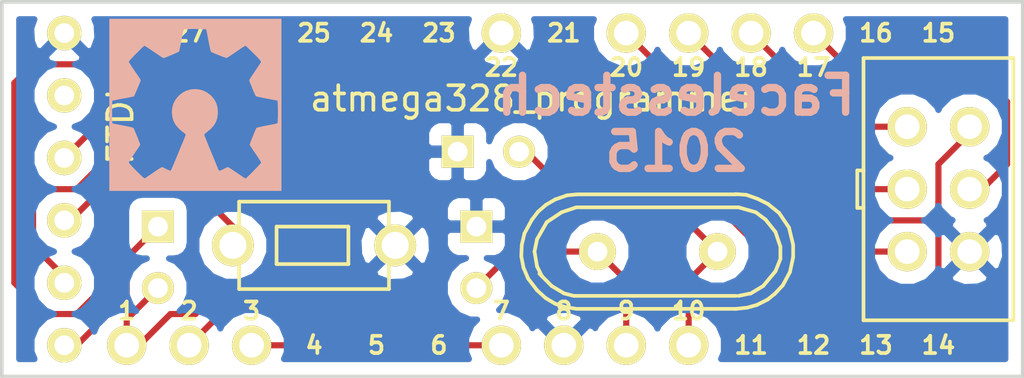
<source format=kicad_pcb>
(kicad_pcb (version 4) (host pcbnew 4.0.0-2.201511301921+6191~38~ubuntu15.10.1-stable)

  (general
    (links 22)
    (no_connects 0)
    (area 126.928814 95.014 171.028 115.402)
    (thickness 1.6)
    (drawings 6)
    (tracks 100)
    (zones 0)
    (modules 9)
    (nets 13)
  )

  (page A4)
  (layers
    (0 F.Cu signal)
    (31 B.Cu signal)
    (32 B.Adhes user)
    (33 F.Adhes user)
    (34 B.Paste user)
    (35 F.Paste user)
    (36 B.SilkS user hide)
    (37 F.SilkS user)
    (38 B.Mask user)
    (39 F.Mask user)
    (40 Dwgs.User user)
    (41 Cmts.User user)
    (42 Eco1.User user)
    (43 Eco2.User user)
    (44 Edge.Cuts user)
    (45 Margin user)
    (46 B.CrtYd user)
    (47 F.CrtYd user)
    (48 B.Fab user)
    (49 F.Fab user)
  )

  (setup
    (last_trace_width 0.25)
    (trace_clearance 0.2)
    (zone_clearance 0.508)
    (zone_45_only no)
    (trace_min 0.2)
    (segment_width 0.2)
    (edge_width 0.15)
    (via_size 0.6)
    (via_drill 0.4)
    (via_min_size 0.4)
    (via_min_drill 0.3)
    (uvia_size 0.3)
    (uvia_drill 0.1)
    (uvias_allowed no)
    (uvia_min_size 0.2)
    (uvia_min_drill 0.1)
    (pcb_text_width 0.3)
    (pcb_text_size 1.5 1.5)
    (mod_edge_width 0.15)
    (mod_text_size 1 1)
    (mod_text_width 0.15)
    (pad_size 1.4 1.4)
    (pad_drill 0.8)
    (pad_to_mask_clearance 0.2)
    (aux_axis_origin 0 0)
    (visible_elements FFFFFF7F)
    (pcbplotparams
      (layerselection 0x010f0_80000001)
      (usegerberextensions true)
      (excludeedgelayer true)
      (linewidth 0.100000)
      (plotframeref false)
      (viasonmask false)
      (mode 1)
      (useauxorigin false)
      (hpglpennumber 1)
      (hpglpenspeed 20)
      (hpglpendiameter 15)
      (hpglpenoverlay 2)
      (psnegative false)
      (psa4output false)
      (plotreference true)
      (plotvalue true)
      (plotinvisibletext false)
      (padsonsilk false)
      (subtractmaskfromsilk false)
      (outputformat 1)
      (mirror false)
      (drillshape 0)
      (scaleselection 1)
      (outputdirectory gerbers/))
  )

  (net 0 "")
  (net 1 GND)
  (net 2 "Net-(C1-Pad2)")
  (net 3 "Net-(C2-Pad2)")
  (net 4 "Net-(C3-Pad1)")
  (net 5 "Net-(C3-Pad2)")
  (net 6 VCC)
  (net 7 "Net-(CON1-Pad4)")
  (net 8 "Net-(CON1-Pad3)")
  (net 9 "Net-(CON1-Pad1)")
  (net 10 "Net-(FTDI1-Pad4)")
  (net 11 "Net-(FTDI1-Pad2)")
  (net 12 "Net-(FTDI1-Pad5)")

  (net_class Default "This is the default net class."
    (clearance 0.2)
    (trace_width 0.25)
    (via_dia 0.6)
    (via_drill 0.4)
    (uvia_dia 0.3)
    (uvia_drill 0.1)
    (add_net GND)
    (add_net "Net-(C1-Pad2)")
    (add_net "Net-(C2-Pad2)")
    (add_net "Net-(C3-Pad1)")
    (add_net "Net-(C3-Pad2)")
    (add_net "Net-(CON1-Pad1)")
    (add_net "Net-(CON1-Pad3)")
    (add_net "Net-(CON1-Pad4)")
    (add_net "Net-(FTDI1-Pad2)")
    (add_net "Net-(FTDI1-Pad4)")
    (add_net "Net-(FTDI1-Pad5)")
    (add_net VCC)
  )

  (module FTDI:FTDI (layer F.Cu) (tedit 56425264) (tstamp 56410D1C)
    (at 130.81 104.902 270)
    (path /5640D780)
    (fp_text reference FTDI1 (at 0 -2.032 270) (layer F.SilkS) hide
      (effects (font (size 1 1) (thickness 0.15)))
    )
    (fp_text value FTDI (at -2.54 -2.286 270) (layer F.SilkS)
      (effects (font (size 1 1) (thickness 0.15)))
    )
    (pad 3 thru_hole circle (at -1.27 0 270) (size 1.4 1.4) (drill 0.8) (layers *.Cu *.Mask F.SilkS)
      (net 6 VCC))
    (pad 4 thru_hole circle (at 1.27 0 270) (size 1.4 1.4) (drill 0.8) (layers *.Cu *.Mask F.SilkS)
      (net 10 "Net-(FTDI1-Pad4)"))
    (pad 2 thru_hole circle (at -3.81 0 270) (size 1.4 1.4) (drill 0.8) (layers *.Cu *.Mask F.SilkS)
      (net 11 "Net-(FTDI1-Pad2)"))
    (pad 1 thru_hole circle (at -6.35 0 270) (size 1.4 1.4) (drill 0.8) (layers *.Cu *.Mask F.SilkS)
      (net 1 GND))
    (pad 5 thru_hole circle (at 3.81 0 270) (size 1.4 1.4) (drill 0.8) (layers *.Cu *.Mask F.SilkS)
      (net 12 "Net-(FTDI1-Pad5)"))
    (pad 6 thru_hole circle (at 6.35 0 270) (size 1.4 1.4) (drill 0.8) (layers *.Cu *.Mask F.SilkS)
      (net 4 "Net-(C3-Pad1)"))
  )

  (module Crystals:Crystal_HC49-U_Vertical (layer F.Cu) (tedit 564B32B1) (tstamp 56410D52)
    (at 154.94 107.442 180)
    (descr "Crystal, Quarz, HC49/U, vertical, stehend,")
    (tags "Crystal, Quarz, HC49/U, vertical, stehend,")
    (path /5640C163)
    (fp_text reference Y1 (at 0 -3.81 180) (layer F.SilkS) hide
      (effects (font (size 1 1) (thickness 0.15)))
    )
    (fp_text value Crystal (at 0 3.81 180) (layer F.Fab) hide
      (effects (font (size 1 1) (thickness 0.15)))
    )
    (fp_line (start 4.699 -1.00076) (end 4.89966 -0.59944) (layer F.SilkS) (width 0.15))
    (fp_line (start 4.89966 -0.59944) (end 5.00126 0) (layer F.SilkS) (width 0.15))
    (fp_line (start 5.00126 0) (end 4.89966 0.50038) (layer F.SilkS) (width 0.15))
    (fp_line (start 4.89966 0.50038) (end 4.50088 1.19888) (layer F.SilkS) (width 0.15))
    (fp_line (start 4.50088 1.19888) (end 3.8989 1.6002) (layer F.SilkS) (width 0.15))
    (fp_line (start 3.8989 1.6002) (end 3.29946 1.80086) (layer F.SilkS) (width 0.15))
    (fp_line (start 3.29946 1.80086) (end -3.29946 1.80086) (layer F.SilkS) (width 0.15))
    (fp_line (start -3.29946 1.80086) (end -4.0005 1.6002) (layer F.SilkS) (width 0.15))
    (fp_line (start -4.0005 1.6002) (end -4.39928 1.30048) (layer F.SilkS) (width 0.15))
    (fp_line (start -4.39928 1.30048) (end -4.8006 0.8001) (layer F.SilkS) (width 0.15))
    (fp_line (start -4.8006 0.8001) (end -5.00126 0.20066) (layer F.SilkS) (width 0.15))
    (fp_line (start -5.00126 0.20066) (end -5.00126 -0.29972) (layer F.SilkS) (width 0.15))
    (fp_line (start -5.00126 -0.29972) (end -4.8006 -0.8001) (layer F.SilkS) (width 0.15))
    (fp_line (start -4.8006 -0.8001) (end -4.30022 -1.39954) (layer F.SilkS) (width 0.15))
    (fp_line (start -4.30022 -1.39954) (end -3.79984 -1.69926) (layer F.SilkS) (width 0.15))
    (fp_line (start -3.79984 -1.69926) (end -3.29946 -1.80086) (layer F.SilkS) (width 0.15))
    (fp_line (start -3.2004 -1.80086) (end 3.40106 -1.80086) (layer F.SilkS) (width 0.15))
    (fp_line (start 3.40106 -1.80086) (end 3.79984 -1.69926) (layer F.SilkS) (width 0.15))
    (fp_line (start 3.79984 -1.69926) (end 4.30022 -1.39954) (layer F.SilkS) (width 0.15))
    (fp_line (start 4.30022 -1.39954) (end 4.8006 -0.89916) (layer F.SilkS) (width 0.15))
    (fp_line (start -3.19024 -2.32918) (end -3.64998 -2.28092) (layer F.SilkS) (width 0.15))
    (fp_line (start -3.64998 -2.28092) (end -4.04876 -2.16916) (layer F.SilkS) (width 0.15))
    (fp_line (start -4.04876 -2.16916) (end -4.48056 -1.95072) (layer F.SilkS) (width 0.15))
    (fp_line (start -4.48056 -1.95072) (end -4.77012 -1.71958) (layer F.SilkS) (width 0.15))
    (fp_line (start -4.77012 -1.71958) (end -5.10032 -1.36906) (layer F.SilkS) (width 0.15))
    (fp_line (start -5.10032 -1.36906) (end -5.38988 -0.83058) (layer F.SilkS) (width 0.15))
    (fp_line (start -5.38988 -0.83058) (end -5.51942 -0.23114) (layer F.SilkS) (width 0.15))
    (fp_line (start -5.51942 -0.23114) (end -5.51942 0.2794) (layer F.SilkS) (width 0.15))
    (fp_line (start -5.51942 0.2794) (end -5.34924 0.98044) (layer F.SilkS) (width 0.15))
    (fp_line (start -5.34924 0.98044) (end -4.95046 1.56972) (layer F.SilkS) (width 0.15))
    (fp_line (start -4.95046 1.56972) (end -4.49072 1.94056) (layer F.SilkS) (width 0.15))
    (fp_line (start -4.49072 1.94056) (end -4.06908 2.14884) (layer F.SilkS) (width 0.15))
    (fp_line (start -4.06908 2.14884) (end -3.6195 2.30886) (layer F.SilkS) (width 0.15))
    (fp_line (start -3.6195 2.30886) (end -3.18008 2.33934) (layer F.SilkS) (width 0.15))
    (fp_line (start 4.16052 2.1209) (end 4.53898 1.89992) (layer F.SilkS) (width 0.15))
    (fp_line (start 4.53898 1.89992) (end 4.85902 1.62052) (layer F.SilkS) (width 0.15))
    (fp_line (start 4.85902 1.62052) (end 5.11048 1.29032) (layer F.SilkS) (width 0.15))
    (fp_line (start 5.11048 1.29032) (end 5.4102 0.73914) (layer F.SilkS) (width 0.15))
    (fp_line (start 5.4102 0.73914) (end 5.51942 0.26924) (layer F.SilkS) (width 0.15))
    (fp_line (start 5.51942 0.26924) (end 5.53974 -0.1905) (layer F.SilkS) (width 0.15))
    (fp_line (start 5.53974 -0.1905) (end 5.45084 -0.65024) (layer F.SilkS) (width 0.15))
    (fp_line (start 5.45084 -0.65024) (end 5.26034 -1.09982) (layer F.SilkS) (width 0.15))
    (fp_line (start 5.26034 -1.09982) (end 4.89966 -1.56972) (layer F.SilkS) (width 0.15))
    (fp_line (start 4.89966 -1.56972) (end 4.54914 -1.88976) (layer F.SilkS) (width 0.15))
    (fp_line (start 4.54914 -1.88976) (end 4.16052 -2.1209) (layer F.SilkS) (width 0.15))
    (fp_line (start 4.16052 -2.1209) (end 3.73126 -2.2606) (layer F.SilkS) (width 0.15))
    (fp_line (start 3.73126 -2.2606) (end 3.2893 -2.32918) (layer F.SilkS) (width 0.15))
    (fp_line (start -3.2004 2.32918) (end 3.2512 2.32918) (layer F.SilkS) (width 0.15))
    (fp_line (start 3.2512 2.32918) (end 3.6703 2.29108) (layer F.SilkS) (width 0.15))
    (fp_line (start 3.6703 2.29108) (end 4.16052 2.1209) (layer F.SilkS) (width 0.15))
    (fp_line (start -3.2004 -2.32918) (end 3.2512 -2.32918) (layer F.SilkS) (width 0.15))
    (pad 1 thru_hole circle (at -2.44094 0 180) (size 1.50114 1.50114) (drill 0.8001) (layers *.Cu *.Mask F.SilkS)
      (net 2 "Net-(C1-Pad2)"))
    (pad 2 thru_hole circle (at 2.44094 0 180) (size 1.50114 1.50114) (drill 0.8001) (layers *.Cu *.Mask F.SilkS)
      (net 3 "Net-(C2-Pad2)"))
  )

  (module super_small_idc:IDC_6pin_small_custom (layer F.Cu) (tedit 564B3326) (tstamp 5642559C)
    (at 166.37 104.902 270)
    (path /5640C18E)
    (fp_text reference CON1 (at 0 -3.683 270) (layer F.SilkS) hide
      (effects (font (size 1 1) (thickness 0.15)))
    )
    (fp_text value AVR-ISP-6 (at 0 4.191 270) (layer F.Fab) hide
      (effects (font (size 1 1) (thickness 0.15)))
    )
    (fp_line (start 5.334 3.048) (end -5.334 3.048) (layer F.SilkS) (width 0.15))
    (fp_line (start -5.334 -3.048) (end 5.334 -3.048) (layer F.SilkS) (width 0.15))
    (fp_line (start 5.334 -3.048) (end 5.334 3.048) (layer F.SilkS) (width 0.15))
    (fp_line (start -5.334 -3.048) (end -5.334 3.048) (layer F.SilkS) (width 0.15))
    (fp_line (start -0.762 3.048) (end -0.762 3.302) (layer F.SilkS) (width 0.15))
    (fp_line (start -0.762 3.302) (end 0.762 3.302) (layer F.SilkS) (width 0.15))
    (fp_line (start 0.762 3.302) (end 0.762 3.048) (layer F.SilkS) (width 0.15))
    (pad 2 thru_hole circle (at -2.54 -1.27 270) (size 1.6 1.6) (drill 1) (layers *.Cu *.Mask F.SilkS)
      (net 6 VCC))
    (pad 4 thru_hole circle (at 0 -1.27 270) (size 1.6 1.6) (drill 1) (layers *.Cu *.Mask F.SilkS)
      (net 7 "Net-(CON1-Pad4)"))
    (pad 3 thru_hole circle (at 0 1.27 270) (size 1.6 1.6) (drill 1) (layers *.Cu *.Mask F.SilkS)
      (net 8 "Net-(CON1-Pad3)"))
    (pad 1 thru_hole circle (at -2.54 1.27 270) (size 1.6 1.6) (drill 1) (layers *.Cu *.Mask F.SilkS)
      (net 9 "Net-(CON1-Pad1)"))
    (pad 6 thru_hole circle (at 2.54 -1.27 270) (size 1.6 1.6) (drill 1) (layers *.Cu *.Mask F.SilkS)
      (net 1 GND))
    (pad 5 thru_hole circle (at 2.54 1.27 270) (size 1.6 1.6) (drill 1) (layers *.Cu *.Mask F.SilkS)
      (net 5 "Net-(C3-Pad2)"))
  )

  (module button_slim_custom:button_slim_custom (layer F.Cu) (tedit 564B329D) (tstamp 56474B3F)
    (at 140.97 107.188)
    (path /5640D21D)
    (fp_text reference SW1 (at 0 3.302) (layer F.SilkS) hide
      (effects (font (size 1 1) (thickness 0.15)))
    )
    (fp_text value SW_PUSH (at 0.127 -3.175) (layer F.Fab) hide
      (effects (font (size 1 1) (thickness 0.15)))
    )
    (fp_line (start -1.524 0.762) (end 1.397 0.762) (layer F.SilkS) (width 0.15))
    (fp_line (start -1.524 -0.762) (end 1.397 -0.762) (layer F.SilkS) (width 0.15))
    (fp_line (start 1.397 -0.762) (end 1.397 0.762) (layer F.SilkS) (width 0.15))
    (fp_line (start -1.524 0.762) (end -1.524 -0.762) (layer F.SilkS) (width 0.15))
    (fp_line (start -3.048 0.762) (end -3.048 1.778) (layer F.SilkS) (width 0.15))
    (fp_line (start -3.048 1.778) (end 3.048 1.778) (layer F.SilkS) (width 0.15))
    (fp_line (start 3.048 1.778) (end 3.048 0.762) (layer F.SilkS) (width 0.15))
    (fp_line (start -3.048 -1.778) (end -3.048 -0.762) (layer F.SilkS) (width 0.15))
    (fp_line (start -3.048 -1.778) (end 3.048 -1.778) (layer F.SilkS) (width 0.15))
    (fp_line (start 3.048 -1.778) (end 3.048 -0.762) (layer F.SilkS) (width 0.15))
    (pad 1 thru_hole circle (at -3.302 0) (size 1.7 1.7) (drill 1.1) (layers *.Cu *.Mask F.SilkS)
      (net 5 "Net-(C3-Pad2)"))
    (pad 2 thru_hole circle (at 3.302 0) (size 1.7 1.7) (drill 1.1) (layers *.Cu *.Mask F.SilkS)
      (net 1 GND))
  )

  (module cap_disk_custom:C_Disc_D3_P2.5 (layer F.Cu) (tedit 564B332A) (tstamp 564B320A)
    (at 146.812 103.378)
    (descr "Capacitor 3mm Disc, Pitch 2.5mm")
    (tags Capacitor)
    (path /5640C1E5)
    (fp_text reference C1 (at 1.25 -2.5) (layer F.SilkS) hide
      (effects (font (size 1 1) (thickness 0.15)))
    )
    (fp_text value C (at 1.25 2.5) (layer F.SilkS) hide
      (effects (font (size 1 1) (thickness 0.15)))
    )
    (fp_line (start -0.9 -1.5) (end 3.4 -1.5) (layer F.CrtYd) (width 0.05))
    (fp_line (start 3.4 -1.5) (end 3.4 1.5) (layer F.CrtYd) (width 0.05))
    (fp_line (start 3.4 1.5) (end -0.9 1.5) (layer F.CrtYd) (width 0.05))
    (fp_line (start -0.9 1.5) (end -0.9 -1.5) (layer F.CrtYd) (width 0.05))
    (pad 1 thru_hole rect (at 0 0) (size 1.3 1.3) (drill 0.8) (layers *.Cu *.Mask F.SilkS)
      (net 1 GND))
    (pad 2 thru_hole circle (at 2.5 0) (size 1.3 1.3) (drill 0.8001) (layers *.Cu *.Mask F.SilkS)
      (net 2 "Net-(C1-Pad2)"))
    (model Capacitors_ThroughHole.3dshapes/C_Disc_D3_P2.5.wrl
      (at (xyz 0.0492126 0 0))
      (scale (xyz 1 1 1))
      (rotate (xyz 0 0 0))
    )
  )

  (module cap_disk_custom:C_Disc_D3_P2.5 (layer F.Cu) (tedit 564CE756) (tstamp 564B3210)
    (at 147.574 106.426 270)
    (descr "Capacitor 3mm Disc, Pitch 2.5mm")
    (tags Capacitor)
    (path /5640C209)
    (fp_text reference C2 (at 1.25 -2.5 270) (layer F.SilkS) hide
      (effects (font (size 1 1) (thickness 0.15)))
    )
    (fp_text value C (at 1.25 2.5 270) (layer F.SilkS) hide
      (effects (font (size 1 1) (thickness 0.15)))
    )
    (fp_line (start -0.9 -1.5) (end 3.4 -1.5) (layer F.CrtYd) (width 0.05))
    (fp_line (start 3.4 -1.5) (end 3.4 1.5) (layer F.CrtYd) (width 0.05))
    (fp_line (start 3.4 1.5) (end -0.9 1.5) (layer F.CrtYd) (width 0.05))
    (fp_line (start -0.9 1.5) (end -0.9 -1.5) (layer F.CrtYd) (width 0.05))
    (pad 1 thru_hole rect (at 0 0 270) (size 1.3 1.3) (drill 0.8) (layers *.Cu *.Mask F.SilkS)
      (net 1 GND))
    (pad 2 thru_hole circle (at 2.5 0 270) (size 1.3 1.3) (drill 0.8001) (layers *.Cu *.Mask F.SilkS)
      (net 3 "Net-(C2-Pad2)"))
    (model Capacitors_ThroughHole.3dshapes/C_Disc_D3_P2.5.wrl
      (at (xyz 0.0492126 0 0))
      (scale (xyz 1 1 1))
      (rotate (xyz 0 0 0))
    )
  )

  (module cap_disk_custom:C_Disc_D3_P2.5 (layer F.Cu) (tedit 564B328F) (tstamp 564B3216)
    (at 134.62 106.426 270)
    (descr "Capacitor 3mm Disc, Pitch 2.5mm")
    (tags Capacitor)
    (path /5640D270)
    (fp_text reference C3 (at 1.25 -2.5 270) (layer F.SilkS) hide
      (effects (font (size 1 1) (thickness 0.15)))
    )
    (fp_text value C (at 1.25 2.5 270) (layer F.SilkS) hide
      (effects (font (size 1 1) (thickness 0.15)))
    )
    (fp_line (start -0.9 -1.5) (end 3.4 -1.5) (layer F.CrtYd) (width 0.05))
    (fp_line (start 3.4 -1.5) (end 3.4 1.5) (layer F.CrtYd) (width 0.05))
    (fp_line (start 3.4 1.5) (end -0.9 1.5) (layer F.CrtYd) (width 0.05))
    (fp_line (start -0.9 1.5) (end -0.9 -1.5) (layer F.CrtYd) (width 0.05))
    (pad 1 thru_hole rect (at 0 0 270) (size 1.3 1.3) (drill 0.8) (layers *.Cu *.Mask F.SilkS)
      (net 4 "Net-(C3-Pad1)"))
    (pad 2 thru_hole circle (at 2.5 0 270) (size 1.3 1.3) (drill 0.8001) (layers *.Cu *.Mask F.SilkS)
      (net 5 "Net-(C3-Pad2)"))
    (model Capacitors_ThroughHole.3dshapes/C_Disc_D3_P2.5.wrl
      (at (xyz 0.0492126 0 0))
      (scale (xyz 1 1 1))
      (rotate (xyz 0 0 0))
    )
  )

  (module OSH_final_silks_back:OSH_final_silks_back (layer F.Cu) (tedit 0) (tstamp 564B3457)
    (at 136.144 101.473)
    (fp_text reference VAL (at 0 0) (layer F.SilkS) hide
      (effects (font (size 1.143 1.143) (thickness 0.1778)))
    )
    (fp_text value OSH_final_silks_back (at 0 0) (layer F.SilkS) hide
      (effects (font (size 1.143 1.143) (thickness 0.1778)))
    )
    (fp_poly (pts (xy -3.50012 3.50012) (xy -3.3909 3.50012) (xy -3.3909 0.4318) (xy -3.3909 0.29464)
      (xy -3.3909 0.14986) (xy -3.3909 0.0381) (xy -3.38836 -0.04572) (xy -3.38582 -0.10414)
      (xy -3.38074 -0.14224) (xy -3.37566 -0.1651) (xy -3.36804 -0.17272) (xy -3.34264 -0.1778)
      (xy -3.2893 -0.1905) (xy -3.21056 -0.20574) (xy -3.1115 -0.22606) (xy -2.99974 -0.24638)
      (xy -2.92608 -0.25908) (xy -2.80924 -0.28194) (xy -2.70256 -0.30226) (xy -2.61366 -0.32004)
      (xy -2.54762 -0.33528) (xy -2.50952 -0.3429) (xy -2.49936 -0.34798) (xy -2.4892 -0.3683)
      (xy -2.46634 -0.41656) (xy -2.43586 -0.48514) (xy -2.4003 -0.56642) (xy -2.3622 -0.65532)
      (xy -2.3241 -0.74676) (xy -2.28854 -0.83312) (xy -2.25806 -0.90678) (xy -2.23774 -0.96266)
      (xy -2.22504 -0.99568) (xy -2.22504 -0.99822) (xy -2.2352 -1.02362) (xy -2.2606 -1.07188)
      (xy -2.30124 -1.13284) (xy -2.33934 -1.19126) (xy -2.4511 -1.34874) (xy -2.54 -1.48082)
      (xy -2.60858 -1.58496) (xy -2.65938 -1.6637) (xy -2.6924 -1.71958) (xy -2.70764 -1.7526)
      (xy -2.71018 -1.75768) (xy -2.69748 -1.778) (xy -2.66446 -1.81864) (xy -2.61366 -1.87452)
      (xy -2.54762 -1.9431) (xy -2.4765 -2.0193) (xy -2.39776 -2.09804) (xy -2.31902 -2.17678)
      (xy -2.24536 -2.25044) (xy -2.17932 -2.31394) (xy -2.12598 -2.36474) (xy -2.08788 -2.39522)
      (xy -2.07264 -2.40538) (xy -2.05232 -2.39522) (xy -2.0066 -2.36728) (xy -1.94056 -2.32664)
      (xy -1.85928 -2.27076) (xy -1.76276 -2.20726) (xy -1.68656 -2.15392) (xy -1.58242 -2.08534)
      (xy -1.49098 -2.02184) (xy -1.41224 -1.97104) (xy -1.35128 -1.93294) (xy -1.31064 -1.91008)
      (xy -1.29794 -1.90246) (xy -1.27254 -1.91008) (xy -1.2192 -1.92786) (xy -1.14808 -1.9558)
      (xy -1.06426 -1.99136) (xy -0.97282 -2.02692) (xy -0.88392 -2.06756) (xy -0.80264 -2.10312)
      (xy -0.73406 -2.13614) (xy -0.6858 -2.159) (xy -0.66294 -2.17424) (xy -0.66294 -2.17424)
      (xy -0.65532 -2.19964) (xy -0.64262 -2.25298) (xy -0.62738 -2.33172) (xy -0.60706 -2.43078)
      (xy -0.58674 -2.54254) (xy -0.57404 -2.6035) (xy -0.55372 -2.72034) (xy -0.53086 -2.82956)
      (xy -0.51308 -2.921) (xy -0.49784 -2.99212) (xy -0.48768 -3.03784) (xy -0.48514 -3.048)
      (xy -0.47752 -3.0607) (xy -0.4699 -3.06832) (xy -0.45212 -3.07594) (xy -0.42418 -3.08102)
      (xy -0.381 -3.08356) (xy -0.3175 -3.0861) (xy -0.2286 -3.0861) (xy -0.11176 -3.08864)
      (xy -0.02032 -3.08864) (xy 0.10922 -3.0861) (xy 0.22352 -3.0861) (xy 0.3175 -3.08102)
      (xy 0.38862 -3.07848) (xy 0.42926 -3.0734) (xy 0.43942 -3.07086) (xy 0.4445 -3.05054)
      (xy 0.4572 -2.9972) (xy 0.47244 -2.921) (xy 0.49276 -2.82194) (xy 0.51308 -2.71018)
      (xy 0.53086 -2.6162) (xy 0.55372 -2.49682) (xy 0.57658 -2.38506) (xy 0.5969 -2.29108)
      (xy 0.61468 -2.21996) (xy 0.62738 -2.17424) (xy 0.635 -2.16154) (xy 0.6604 -2.14376)
      (xy 0.7112 -2.1209) (xy 0.78232 -2.09042) (xy 0.86614 -2.05486) (xy 0.95758 -2.0193)
      (xy 1.04648 -1.98374) (xy 1.1303 -1.95072) (xy 1.20142 -1.92786) (xy 1.25222 -1.91262)
      (xy 1.27508 -1.90754) (xy 1.2954 -1.92024) (xy 1.34366 -1.95072) (xy 1.4097 -1.9939)
      (xy 1.49352 -2.04978) (xy 1.59004 -2.11328) (xy 1.65608 -2.16154) (xy 1.75768 -2.23012)
      (xy 1.84658 -2.29108) (xy 1.92532 -2.34188) (xy 1.98628 -2.37998) (xy 2.02184 -2.4003)
      (xy 2.032 -2.40538) (xy 2.05232 -2.39268) (xy 2.09296 -2.35966) (xy 2.14884 -2.30632)
      (xy 2.21996 -2.23774) (xy 2.30378 -2.15646) (xy 2.36728 -2.09296) (xy 2.47142 -1.98882)
      (xy 2.5527 -1.905) (xy 2.61112 -1.8415) (xy 2.64668 -1.79578) (xy 2.667 -1.7653)
      (xy 2.66954 -1.74752) (xy 2.65684 -1.72466) (xy 2.6289 -1.6764) (xy 2.58318 -1.60528)
      (xy 2.5273 -1.52146) (xy 2.4638 -1.42748) (xy 2.4257 -1.3716) (xy 2.35966 -1.27254)
      (xy 2.2987 -1.1811) (xy 2.2479 -1.10236) (xy 2.21234 -1.04394) (xy 2.19202 -1.00584)
      (xy 2.18948 -0.99568) (xy 2.1971 -0.97028) (xy 2.21488 -0.91948) (xy 2.24282 -0.84836)
      (xy 2.27838 -0.76454) (xy 2.31394 -0.6731) (xy 2.35204 -0.58166) (xy 2.39014 -0.50038)
      (xy 2.42062 -0.42926) (xy 2.44602 -0.37846) (xy 2.45872 -0.35306) (xy 2.45872 -0.35306)
      (xy 2.48158 -0.34544) (xy 2.53238 -0.33274) (xy 2.60858 -0.31496) (xy 2.7051 -0.29464)
      (xy 2.81686 -0.27432) (xy 2.89052 -0.25908) (xy 3.0099 -0.23622) (xy 3.11658 -0.2159)
      (xy 3.20802 -0.19812) (xy 3.27914 -0.18542) (xy 3.32232 -0.17526) (xy 3.33248 -0.17272)
      (xy 3.3401 -0.1524) (xy 3.34772 -0.1016) (xy 3.35026 -0.02794) (xy 3.35534 0.0635)
      (xy 3.35788 0.17018) (xy 3.35788 0.2794) (xy 3.35788 0.39116) (xy 3.35788 0.49784)
      (xy 3.3528 0.59182) (xy 3.34772 0.67056) (xy 3.34264 0.7239) (xy 3.33502 0.7493)
      (xy 3.33502 0.7493) (xy 3.30962 0.75692) (xy 3.25628 0.76962) (xy 3.18008 0.7874)
      (xy 3.08102 0.80772) (xy 2.96926 0.82804) (xy 2.9083 0.84074) (xy 2.794 0.86106)
      (xy 2.68732 0.88392) (xy 2.59842 0.90424) (xy 2.53238 0.91948) (xy 2.49174 0.93218)
      (xy 2.48412 0.93726) (xy 2.47142 0.96012) (xy 2.44856 1.01092) (xy 2.41808 1.08204)
      (xy 2.37998 1.16586) (xy 2.34442 1.25984) (xy 2.30632 1.35382) (xy 2.27076 1.44272)
      (xy 2.24028 1.51892) (xy 2.21996 1.57988) (xy 2.2098 1.61544) (xy 2.20726 1.62052)
      (xy 2.21742 1.64084) (xy 2.24536 1.68656) (xy 2.28854 1.7526) (xy 2.34188 1.83388)
      (xy 2.40538 1.92786) (xy 2.44094 1.97866) (xy 2.50952 2.07772) (xy 2.56794 2.16662)
      (xy 2.6162 2.24536) (xy 2.65176 2.30378) (xy 2.67208 2.33934) (xy 2.67462 2.3495)
      (xy 2.66192 2.36728) (xy 2.6289 2.40792) (xy 2.5781 2.4638) (xy 2.5146 2.53238)
      (xy 2.44094 2.60858) (xy 2.36474 2.68732) (xy 2.286 2.76606) (xy 2.21234 2.83972)
      (xy 2.1463 2.90322) (xy 2.09296 2.95402) (xy 2.0574 2.98704) (xy 2.03962 2.9972)
      (xy 2.02184 2.98704) (xy 1.97866 2.96164) (xy 1.91516 2.91846) (xy 1.83388 2.86512)
      (xy 1.74244 2.80162) (xy 1.68656 2.76352) (xy 1.5875 2.69748) (xy 1.4986 2.63906)
      (xy 1.4224 2.58826) (xy 1.36398 2.5527) (xy 1.32842 2.53238) (xy 1.3208 2.52984)
      (xy 1.2954 2.53746) (xy 1.24714 2.56032) (xy 1.18364 2.5908) (xy 1.14046 2.61366)
      (xy 1.06426 2.65176) (xy 1.01346 2.67462) (xy 0.97536 2.67462) (xy 0.94742 2.65176)
      (xy 0.92202 2.6035) (xy 0.889 2.52222) (xy 0.88392 2.51206) (xy 0.8636 2.4638)
      (xy 0.83312 2.38506) (xy 0.79248 2.286) (xy 0.74422 2.16662) (xy 0.68834 2.03708)
      (xy 0.63246 1.89738) (xy 0.59436 1.80848) (xy 0.53848 1.67386) (xy 0.48768 1.54686)
      (xy 0.4445 1.43764) (xy 0.4064 1.34366) (xy 0.37846 1.27254) (xy 0.36322 1.22682)
      (xy 0.35814 1.21412) (xy 0.37338 1.19126) (xy 0.40894 1.1557) (xy 0.46228 1.11252)
      (xy 0.48514 1.09474) (xy 0.635 0.97028) (xy 0.7493 0.8382) (xy 0.83312 0.6985)
      (xy 0.88646 0.5461) (xy 0.91186 0.37592) (xy 0.9144 0.28448) (xy 0.89916 0.1016)
      (xy 0.8509 -0.06604) (xy 0.76708 -0.22098) (xy 0.65278 -0.36068) (xy 0.6096 -0.40132)
      (xy 0.46482 -0.508) (xy 0.30734 -0.5842) (xy 0.14224 -0.62992) (xy -0.0254 -0.64262)
      (xy -0.19558 -0.62738) (xy -0.35814 -0.57912) (xy -0.51308 -0.50292) (xy -0.65278 -0.3937)
      (xy -0.70104 -0.34798) (xy -0.81534 -0.2032) (xy -0.89408 -0.0508) (xy -0.94234 0.1143)
      (xy -0.95758 0.29464) (xy -0.95758 0.29718) (xy -0.9398 0.47752) (xy -0.89154 0.6477)
      (xy -0.81026 0.80264) (xy -0.69342 0.94488) (xy -0.5461 1.07696) (xy -0.50546 1.10744)
      (xy -0.45212 1.14808) (xy -0.41402 1.18364) (xy -0.39624 1.20904) (xy -0.3937 1.21158)
      (xy -0.40132 1.23698) (xy -0.4191 1.28778) (xy -0.44704 1.35636) (xy -0.48006 1.43764)
      (xy -0.4826 1.4478) (xy -0.51308 1.52146) (xy -0.55626 1.62052) (xy -0.60452 1.7399)
      (xy -0.6604 1.87198) (xy -0.71882 2.01168) (xy -0.7747 2.15138) (xy -0.77978 2.16154)
      (xy -0.83312 2.28854) (xy -0.88138 2.40284) (xy -0.92456 2.50444) (xy -0.96012 2.58572)
      (xy -0.98552 2.64414) (xy -1.00076 2.67716) (xy -1.0033 2.6797) (xy -1.02616 2.6797)
      (xy -1.07188 2.66192) (xy -1.13792 2.63398) (xy -1.17856 2.61366) (xy -1.24968 2.5781)
      (xy -1.3081 2.55016) (xy -1.34874 2.53238) (xy -1.36144 2.52984) (xy -1.38176 2.54)
      (xy -1.42748 2.56794) (xy -1.49352 2.60858) (xy -1.5748 2.66192) (xy -1.66624 2.72542)
      (xy -1.69418 2.7432) (xy -1.78816 2.80924) (xy -1.87706 2.86766) (xy -1.95072 2.91846)
      (xy -2.0066 2.95402) (xy -2.03962 2.97688) (xy -2.0447 2.97942) (xy -2.05994 2.9845)
      (xy -2.07518 2.98196) (xy -2.0955 2.9718) (xy -2.12598 2.95148) (xy -2.16662 2.91338)
      (xy -2.22504 2.86004) (xy -2.2987 2.78638) (xy -2.39776 2.68986) (xy -2.39776 2.68986)
      (xy -2.4892 2.59588) (xy -2.57048 2.51206) (xy -2.63398 2.44348) (xy -2.68224 2.3876)
      (xy -2.7051 2.35458) (xy -2.71018 2.34696) (xy -2.70002 2.32156) (xy -2.67208 2.2733)
      (xy -2.63144 2.20472) (xy -2.57556 2.1209) (xy -2.51206 2.02692) (xy -2.4765 1.97358)
      (xy -2.41046 1.87706) (xy -2.35204 1.78816) (xy -2.30124 1.7145) (xy -2.26568 1.65862)
      (xy -2.24536 1.6256) (xy -2.24282 1.62052) (xy -2.25044 1.59766) (xy -2.26822 1.54686)
      (xy -2.29616 1.47828) (xy -2.32664 1.39446) (xy -2.36474 1.30302) (xy -2.40284 1.21158)
      (xy -2.4384 1.12268) (xy -2.47142 1.04394) (xy -2.49682 0.98552) (xy -2.5146 0.94996)
      (xy -2.51714 0.94488) (xy -2.53238 0.93218) (xy -2.5654 0.92202) (xy -2.6162 0.90678)
      (xy -2.68986 0.889) (xy -2.78638 0.86868) (xy -2.91338 0.84582) (xy -3.07086 0.81534)
      (xy -3.16738 0.79756) (xy -3.24358 0.78486) (xy -3.30708 0.77216) (xy -3.35026 0.762)
      (xy -3.36042 0.75946) (xy -3.37058 0.75438) (xy -3.3782 0.74422) (xy -3.38328 0.71882)
      (xy -3.38582 0.68072) (xy -3.38836 0.6223) (xy -3.3909 0.54102) (xy -3.3909 0.4318)
      (xy -3.3909 3.50012) (xy 0 3.50012) (xy 3.50012 3.50012) (xy 3.50012 0)
      (xy 3.50012 -3.50012) (xy 0 -3.50012) (xy -3.50012 -3.50012) (xy -3.50012 0)
      (xy -3.50012 3.50012) (xy -3.50012 3.50012)) (layer B.SilkS) (width 0.00254))
  )

  (module atmega328_programmer:atmega328_programmer (layer F.Cu) (tedit 565DD10F) (tstamp 565DCEDF)
    (at 149.86 104.902)
    (path /5640D13F)
    (fp_text reference U1 (at 0 9.525) (layer F.SilkS) hide
      (effects (font (size 1 1) (thickness 0.15)))
    )
    (fp_text value atmega328_programmer (at 0 -3.683) (layer F.SilkS)
      (effects (font (size 1 1) (thickness 0.15)))
    )
    (fp_text user 28 (at -16.51 -6.35) (layer F.SilkS)
      (effects (font (size 0.7 0.7) (thickness 0.15)))
    )
    (fp_text user 27 (at -13.97 -6.35) (layer F.SilkS)
      (effects (font (size 0.7 0.7) (thickness 0.15)))
    )
    (fp_text user 26 (at -11.43 -6.35) (layer F.SilkS)
      (effects (font (size 0.7 0.7) (thickness 0.15)))
    )
    (fp_text user 25 (at -8.89 -6.35) (layer F.SilkS)
      (effects (font (size 0.7 0.7) (thickness 0.15)))
    )
    (fp_text user 24 (at -6.35 -6.35) (layer F.SilkS)
      (effects (font (size 0.7 0.7) (thickness 0.15)))
    )
    (fp_text user 23 (at -3.81 -6.35) (layer F.SilkS)
      (effects (font (size 0.7 0.7) (thickness 0.15)))
    )
    (fp_text user 22 (at -1.27 -4.953) (layer F.SilkS)
      (effects (font (size 0.7 0.7) (thickness 0.15)))
    )
    (fp_text user 21 (at 1.27 -6.35) (layer F.SilkS)
      (effects (font (size 0.7 0.7) (thickness 0.15)))
    )
    (fp_text user 20 (at 3.81 -4.953) (layer F.SilkS)
      (effects (font (size 0.7 0.7) (thickness 0.15)))
    )
    (fp_text user 19 (at 6.35 -4.953) (layer F.SilkS)
      (effects (font (size 0.7 0.7) (thickness 0.15)))
    )
    (fp_text user 18 (at 8.89 -4.953) (layer F.SilkS)
      (effects (font (size 0.7 0.7) (thickness 0.15)))
    )
    (fp_text user 17 (at 11.43 -4.953) (layer F.SilkS)
      (effects (font (size 0.7 0.7) (thickness 0.15)))
    )
    (fp_text user 16 (at 13.97 -6.35) (layer F.SilkS)
      (effects (font (size 0.7 0.7) (thickness 0.15)))
    )
    (fp_text user 15 (at 16.51 -6.35) (layer F.SilkS)
      (effects (font (size 0.7 0.7) (thickness 0.15)))
    )
    (fp_text user 14 (at 16.51 6.35) (layer F.SilkS)
      (effects (font (size 0.7 0.7) (thickness 0.15)))
    )
    (fp_text user 13 (at 13.97 6.35) (layer F.SilkS)
      (effects (font (size 0.7 0.7) (thickness 0.15)))
    )
    (fp_text user 12 (at 11.43 6.35) (layer F.SilkS)
      (effects (font (size 0.7 0.7) (thickness 0.15)))
    )
    (fp_text user 11 (at 8.89 6.35) (layer F.SilkS)
      (effects (font (size 0.7 0.7) (thickness 0.15)))
    )
    (fp_text user 10 (at 6.35 4.953) (layer F.SilkS)
      (effects (font (size 0.7 0.7) (thickness 0.15)))
    )
    (fp_text user 9 (at 3.81 4.953) (layer F.SilkS)
      (effects (font (size 0.7 0.7) (thickness 0.15)))
    )
    (fp_text user 6 (at -3.81 6.35) (layer F.SilkS)
      (effects (font (size 0.7 0.7) (thickness 0.15)))
    )
    (fp_text user 5 (at -6.35 6.35) (layer F.SilkS)
      (effects (font (size 0.7 0.7) (thickness 0.15)))
    )
    (fp_text user 4 (at -8.89 6.35) (layer F.SilkS)
      (effects (font (size 0.7 0.7) (thickness 0.15)))
    )
    (fp_text user 3 (at -11.43 4.953) (layer F.SilkS)
      (effects (font (size 0.7 0.7) (thickness 0.15)))
    )
    (fp_text user 2 (at -13.97 4.953) (layer F.SilkS)
      (effects (font (size 0.7 0.7) (thickness 0.15)))
    )
    (fp_text user 1 (at -16.51 4.953) (layer F.SilkS)
      (effects (font (size 0.7 0.7) (thickness 0.15)))
    )
    (fp_text user 8 (at 1.27 4.953) (layer F.SilkS)
      (effects (font (size 0.7 0.7) (thickness 0.15)))
    )
    (fp_text user 7 (at -1.27 4.953 180) (layer F.SilkS)
      (effects (font (size 0.7 0.7) (thickness 0.15)))
    )
    (pad 7 thru_hole circle (at -1.27 6.35) (size 1.6 1.6) (drill 1) (layers *.Cu *.Mask F.SilkS)
      (net 6 VCC))
    (pad 8 thru_hole circle (at 1.27 6.35) (size 1.6 1.6) (drill 1) (layers *.Cu *.Mask F.SilkS)
      (net 1 GND))
    (pad 8 thru_hole circle (at -1.27 -6.35) (size 1.6 1.6) (drill 1) (layers *.Cu *.Mask F.SilkS)
      (net 1 GND))
    (pad 7 thru_hole circle (at 3.81 -6.35) (size 1.6 1.6) (drill 1) (layers *.Cu *.Mask F.SilkS)
      (net 6 VCC))
    (pad 1 thru_hole circle (at -16.51 6.35) (size 1.6 1.6) (drill 1) (layers *.Cu *.Mask F.SilkS)
      (net 5 "Net-(C3-Pad2)"))
    (pad 2 thru_hole circle (at 6.35 -6.35) (size 1.6 1.6) (drill 1) (layers *.Cu *.Mask F.SilkS)
      (net 8 "Net-(CON1-Pad3)"))
    (pad 3 thru_hole circle (at 8.89 -6.35) (size 1.6 1.6) (drill 1) (layers *.Cu *.Mask F.SilkS)
      (net 9 "Net-(CON1-Pad1)"))
    (pad 4 thru_hole circle (at 11.43 -6.35) (size 1.6 1.6) (drill 1) (layers *.Cu *.Mask F.SilkS)
      (net 7 "Net-(CON1-Pad4)"))
    (pad 5 thru_hole circle (at -13.97 6.35) (size 1.6 1.6) (drill 1) (layers *.Cu *.Mask F.SilkS)
      (net 10 "Net-(FTDI1-Pad4)"))
    (pad 6 thru_hole circle (at -11.43 6.35) (size 1.6 1.6) (drill 1) (layers *.Cu *.Mask F.SilkS)
      (net 12 "Net-(FTDI1-Pad5)"))
    (pad 9 thru_hole circle (at 3.81 6.35) (size 1.6 1.6) (drill 1) (layers *.Cu *.Mask F.SilkS)
      (net 3 "Net-(C2-Pad2)"))
    (pad 10 thru_hole circle (at 6.35 6.35) (size 1.6 1.6) (drill 1) (layers *.Cu *.Mask F.SilkS)
      (net 2 "Net-(C1-Pad2)"))
  )

  (gr_text 2015 (at 155.702 103.378) (layer B.SilkS)
    (effects (font (size 1.5 1.5) (thickness 0.3)) (justify mirror))
  )
  (gr_text Facelesstech (at 155.702 101.092) (layer B.SilkS)
    (effects (font (size 1.5 1.5) (thickness 0.3)) (justify mirror))
  )
  (gr_line (start 128.27 112.522) (end 128.27 97.282) (angle 90) (layer Edge.Cuts) (width 0.15))
  (gr_line (start 169.799 112.522) (end 128.27 112.522) (angle 90) (layer Edge.Cuts) (width 0.15))
  (gr_line (start 169.799 97.282) (end 169.799 112.522) (angle 90) (layer Edge.Cuts) (width 0.15))
  (gr_line (start 128.27 97.282) (end 169.799 97.282) (angle 90) (layer Edge.Cuts) (width 0.15))

  (segment (start 149.312 103.378) (end 149.606 103.378) (width 0.25) (layer F.Cu) (net 2))
  (segment (start 149.606 103.378) (end 152.146 105.918) (width 0.25) (layer F.Cu) (net 2) (tstamp 56424E71))
  (segment (start 152.146 105.918) (end 155.85694 105.918) (width 0.25) (layer F.Cu) (net 2) (tstamp 56424E72))
  (segment (start 155.85694 105.918) (end 157.38094 107.442) (width 0.25) (layer F.Cu) (net 2) (tstamp 56424E74))
  (segment (start 156.21 111.252) (end 156.21 108.61294) (width 0.25) (layer F.Cu) (net 2))
  (segment (start 156.21 108.61294) (end 157.38094 107.442) (width 0.25) (layer F.Cu) (net 2) (tstamp 5641188C))
  (segment (start 152.49906 107.442) (end 149.058 107.442) (width 0.25) (layer F.Cu) (net 3))
  (segment (start 149.058 107.442) (end 147.574 108.926) (width 0.25) (layer F.Cu) (net 3) (tstamp 56424E52))
  (segment (start 153.67 111.252) (end 153.67 108.61294) (width 0.25) (layer F.Cu) (net 3))
  (segment (start 153.67 108.61294) (end 152.49906 107.442) (width 0.25) (layer F.Cu) (net 3) (tstamp 56411888))
  (segment (start 130.81 111.252) (end 131.318 111.252) (width 0.25) (layer F.Cu) (net 4))
  (segment (start 131.318 111.252) (end 133.35 109.22) (width 0.25) (layer F.Cu) (net 4) (tstamp 5642504C))
  (segment (start 133.35 109.22) (end 133.35 107.696) (width 0.25) (layer F.Cu) (net 4) (tstamp 56425050))
  (segment (start 133.35 107.696) (end 134.62 106.426) (width 0.25) (layer F.Cu) (net 4) (tstamp 56425053))
  (segment (start 137.668 107.188) (end 137.668 106.426) (width 0.25) (layer F.Cu) (net 5))
  (segment (start 137.668 106.426) (end 136.144 104.902) (width 0.25) (layer F.Cu) (net 5) (tstamp 56474B67))
  (segment (start 133.35 111.252) (end 133.858 111.252) (width 0.25) (layer F.Cu) (net 5))
  (segment (start 133.858 111.252) (end 135.128 109.982) (width 0.25) (layer F.Cu) (net 5) (tstamp 56425069))
  (segment (start 160.782 107.442) (end 165.1 107.442) (width 0.25) (layer F.Cu) (net 5) (tstamp 564250A0))
  (segment (start 153.924 100.584) (end 160.782 107.442) (width 0.25) (layer F.Cu) (net 5) (tstamp 5642509B))
  (segment (start 147.828 100.584) (end 153.924 100.584) (width 0.25) (layer F.Cu) (net 5) (tstamp 56425098))
  (segment (start 147.066 99.822) (end 147.828 100.584) (width 0.25) (layer F.Cu) (net 5) (tstamp 56425091))
  (segment (start 129.54 99.822) (end 147.066 99.822) (width 0.25) (layer F.Cu) (net 5) (tstamp 5642508F))
  (segment (start 128.778 100.584) (end 129.54 99.822) (width 0.25) (layer F.Cu) (net 5) (tstamp 5642508A))
  (segment (start 128.778 108.712) (end 128.778 100.584) (width 0.25) (layer F.Cu) (net 5) (tstamp 56425087))
  (segment (start 130.048 109.982) (end 128.778 108.712) (width 0.25) (layer F.Cu) (net 5) (tstamp 56425084))
  (segment (start 131.318 109.982) (end 130.048 109.982) (width 0.25) (layer F.Cu) (net 5) (tstamp 56425082))
  (segment (start 132.334 108.966) (end 131.318 109.982) (width 0.25) (layer F.Cu) (net 5) (tstamp 5642507F))
  (segment (start 132.334 106.426) (end 132.334 108.966) (width 0.25) (layer F.Cu) (net 5) (tstamp 5642507D))
  (segment (start 133.858 104.902) (end 132.334 106.426) (width 0.25) (layer F.Cu) (net 5) (tstamp 5642507A))
  (segment (start 138.684 104.902) (end 136.144 104.902) (width 0.25) (layer F.Cu) (net 5) (tstamp 56425079))
  (segment (start 136.144 104.902) (end 135.636 104.902) (width 0.25) (layer F.Cu) (net 5) (tstamp 56474B6A))
  (segment (start 135.636 104.902) (end 133.858 104.902) (width 0.25) (layer F.Cu) (net 5) (tstamp 5642521A))
  (segment (start 139.446 105.664) (end 138.684 104.902) (width 0.25) (layer F.Cu) (net 5) (tstamp 56425078))
  (segment (start 139.446 107.95) (end 139.446 105.664) (width 0.25) (layer F.Cu) (net 5) (tstamp 56425076))
  (segment (start 138.43 108.966) (end 139.446 107.95) (width 0.25) (layer F.Cu) (net 5) (tstamp 56425074))
  (segment (start 137.16 108.966) (end 138.43 108.966) (width 0.25) (layer F.Cu) (net 5) (tstamp 56425070))
  (segment (start 136.144 109.982) (end 137.16 108.966) (width 0.25) (layer F.Cu) (net 5) (tstamp 5642506F))
  (segment (start 135.128 109.982) (end 136.144 109.982) (width 0.25) (layer F.Cu) (net 5) (tstamp 5642506B))
  (segment (start 133.35 111.252) (end 133.35 110.196) (width 0.25) (layer F.Cu) (net 5))
  (segment (start 133.35 110.196) (end 134.62 108.926) (width 0.25) (layer F.Cu) (net 5) (tstamp 56425047))
  (segment (start 130.81 103.632) (end 132.334 102.108) (width 0.25) (layer F.Cu) (net 6))
  (segment (start 145.034 111.252) (end 147.066 111.252) (width 0.25) (layer F.Cu) (net 6) (tstamp 56424F45))
  (segment (start 142.748 108.966) (end 145.034 111.252) (width 0.25) (layer F.Cu) (net 6) (tstamp 56424F3E))
  (segment (start 142.748 105.156) (end 142.748 108.966) (width 0.25) (layer F.Cu) (net 6) (tstamp 56424F3A))
  (segment (start 139.7 102.108) (end 142.748 105.156) (width 0.25) (layer F.Cu) (net 6) (tstamp 56424F39))
  (segment (start 132.334 102.108) (end 139.7 102.108) (width 0.25) (layer F.Cu) (net 6) (tstamp 56424F36))
  (segment (start 166.37 105.41) (end 166.37 108.712) (width 0.25) (layer F.Cu) (net 6))
  (segment (start 146.05 110.49) (end 146.812 111.252) (width 0.25) (layer F.Cu) (net 6) (tstamp 56424EA2))
  (segment (start 146.05 106.934) (end 146.05 110.49) (width 0.25) (layer F.Cu) (net 6) (tstamp 56424EA0))
  (segment (start 145.288 106.172) (end 146.05 106.934) (width 0.25) (layer F.Cu) (net 6) (tstamp 56424E9F))
  (segment (start 145.288 102.616) (end 145.288 106.172) (width 0.25) (layer F.Cu) (net 6) (tstamp 56424E9B))
  (segment (start 146.05 101.854) (end 145.288 102.616) (width 0.25) (layer F.Cu) (net 6) (tstamp 56424E9A))
  (segment (start 153.67 101.854) (end 146.05 101.854) (width 0.25) (layer F.Cu) (net 6) (tstamp 56424E96))
  (segment (start 161.29 109.474) (end 153.67 101.854) (width 0.25) (layer F.Cu) (net 6) (tstamp 56424E8A))
  (segment (start 165.608 109.474) (end 161.29 109.474) (width 0.25) (layer F.Cu) (net 6) (tstamp 56424E88))
  (segment (start 166.37 108.712) (end 165.608 109.474) (width 0.25) (layer F.Cu) (net 6) (tstamp 56424E87))
  (segment (start 153.67 98.552) (end 153.924 98.552) (width 0.25) (layer F.Cu) (net 6))
  (segment (start 167.64 102.362) (end 167.64 102.616) (width 0.25) (layer F.Cu) (net 6))
  (segment (start 167.64 102.616) (end 166.37 103.886) (width 0.25) (layer F.Cu) (net 6) (tstamp 56424A39))
  (segment (start 166.37 103.886) (end 166.37 105.41) (width 0.25) (layer F.Cu) (net 6) (tstamp 56424A3D))
  (segment (start 166.37 105.41) (end 166.37 105.664) (width 0.25) (layer F.Cu) (net 6) (tstamp 56424E85))
  (segment (start 166.37 105.664) (end 165.862 106.172) (width 0.25) (layer F.Cu) (net 6) (tstamp 56424A3F))
  (segment (start 165.862 106.172) (end 161.29 106.172) (width 0.25) (layer F.Cu) (net 6) (tstamp 56424A40))
  (segment (start 161.29 106.172) (end 153.67 98.552) (width 0.25) (layer F.Cu) (net 6) (tstamp 56424A42))
  (segment (start 146.812 111.252) (end 147.066 111.252) (width 0.25) (layer F.Cu) (net 6) (tstamp 56424EA9))
  (segment (start 147.066 111.252) (end 148.59 111.252) (width 0.25) (layer F.Cu) (net 6) (tstamp 56424F49))
  (segment (start 167.64 104.902) (end 168.148 104.902) (width 0.25) (layer F.Cu) (net 7))
  (segment (start 168.148 104.902) (end 169.164 103.886) (width 0.25) (layer F.Cu) (net 7) (tstamp 56424A1E))
  (segment (start 169.164 103.886) (end 169.164 101.346) (width 0.25) (layer F.Cu) (net 7) (tstamp 56424A1F))
  (segment (start 169.164 101.346) (end 167.894 100.076) (width 0.25) (layer F.Cu) (net 7) (tstamp 56424A22))
  (segment (start 167.894 100.076) (end 162.814 100.076) (width 0.25) (layer F.Cu) (net 7) (tstamp 56424A24))
  (segment (start 162.814 100.076) (end 161.29 98.552) (width 0.25) (layer F.Cu) (net 7) (tstamp 56424A26))
  (segment (start 165.1 104.902) (end 162.56 104.902) (width 0.25) (layer F.Cu) (net 8))
  (segment (start 162.56 104.902) (end 156.21 98.552) (width 0.25) (layer F.Cu) (net 8) (tstamp 56424A16))
  (segment (start 156.21 98.552) (end 155.702 98.552) (width 0.25) (layer F.Cu) (net 8))
  (segment (start 165.1 102.362) (end 162.56 102.362) (width 0.25) (layer F.Cu) (net 9))
  (segment (start 162.56 102.362) (end 158.75 98.552) (width 0.25) (layer F.Cu) (net 9) (tstamp 56424A1A))
  (segment (start 130.81 106.172) (end 131.064 106.172) (width 0.25) (layer F.Cu) (net 10))
  (segment (start 131.064 106.172) (end 133.604 103.632) (width 0.25) (layer F.Cu) (net 10) (tstamp 56424F6A))
  (segment (start 133.604 103.632) (end 138.938 103.632) (width 0.25) (layer F.Cu) (net 10) (tstamp 56424F6E))
  (segment (start 138.938 103.632) (end 140.97 105.664) (width 0.25) (layer F.Cu) (net 10) (tstamp 56424F74))
  (segment (start 140.97 105.664) (end 140.97 107.95) (width 0.25) (layer F.Cu) (net 10) (tstamp 56424F76))
  (segment (start 140.97 107.95) (end 139.192 109.728) (width 0.25) (layer F.Cu) (net 10) (tstamp 56424F79))
  (segment (start 139.192 109.728) (end 137.414 109.728) (width 0.25) (layer F.Cu) (net 10) (tstamp 56424F7B))
  (segment (start 137.414 109.728) (end 135.89 111.252) (width 0.25) (layer F.Cu) (net 10) (tstamp 56424F7D))
  (segment (start 130.81 108.712) (end 130.81 108.458) (width 0.25) (layer F.Cu) (net 12))
  (segment (start 130.81 108.458) (end 129.54 107.188) (width 0.25) (layer F.Cu) (net 12) (tstamp 56424F4E))
  (segment (start 141.224 111.252) (end 138.43 111.252) (width 0.25) (layer F.Cu) (net 12) (tstamp 56424F66))
  (segment (start 141.732 110.744) (end 141.224 111.252) (width 0.25) (layer F.Cu) (net 12) (tstamp 56424F65))
  (segment (start 141.732 105.41) (end 141.732 110.744) (width 0.25) (layer F.Cu) (net 12) (tstamp 56424F63))
  (segment (start 139.192 102.87) (end 141.732 105.41) (width 0.25) (layer F.Cu) (net 12) (tstamp 56424F5F))
  (segment (start 133.096 102.87) (end 139.192 102.87) (width 0.25) (layer F.Cu) (net 12) (tstamp 56424F5C))
  (segment (start 132.334 103.632) (end 133.096 102.87) (width 0.25) (layer F.Cu) (net 12) (tstamp 56424F5A))
  (segment (start 132.334 103.886) (end 132.334 103.632) (width 0.25) (layer F.Cu) (net 12) (tstamp 56424F56))
  (segment (start 131.318 104.902) (end 132.334 103.886) (width 0.25) (layer F.Cu) (net 12) (tstamp 56424F54))
  (segment (start 130.048 104.902) (end 131.318 104.902) (width 0.25) (layer F.Cu) (net 12) (tstamp 56424F53))
  (segment (start 129.54 105.41) (end 130.048 104.902) (width 0.25) (layer F.Cu) (net 12) (tstamp 56424F52))
  (segment (start 129.54 107.188) (end 129.54 105.41) (width 0.25) (layer F.Cu) (net 12) (tstamp 56424F50))
  (segment (start 130.81 108.712) (end 130.556 108.712) (width 0.25) (layer F.Cu) (net 12))

  (zone (net 1) (net_name GND) (layer B.Cu) (tstamp 564B34E9) (hatch edge 0.508)
    (connect_pads (clearance 0.508))
    (min_thickness 0.254)
    (fill yes (arc_segments 16) (thermal_gap 0.508) (thermal_bridge_width 0.508))
    (polygon
      (pts
        (xy 169.545 112.268) (xy 128.524 112.268) (xy 128.524 97.536) (xy 169.545 97.536) (xy 169.545 112.268)
      )
    )
    (filled_polygon
      (pts
        (xy 129.462581 98.359122) (xy 129.491336 98.88944) (xy 129.638958 99.245831) (xy 129.874725 99.307669) (xy 130.630395 98.552)
        (xy 130.616252 98.537858) (xy 130.795858 98.358252) (xy 130.81 98.372395) (xy 130.824142 98.358252) (xy 131.003748 98.537858)
        (xy 130.989605 98.552) (xy 131.745275 99.307669) (xy 131.981042 99.245831) (xy 132.157419 98.744878) (xy 132.128664 98.21456)
        (xy 132.036477 97.992) (xy 147.266403 97.992) (xy 147.143035 98.335223) (xy 147.170222 98.905454) (xy 147.336136 99.306005)
        (xy 147.582255 99.380139) (xy 148.410395 98.552) (xy 148.396252 98.537858) (xy 148.575858 98.358253) (xy 148.59 98.372395)
        (xy 148.604143 98.358253) (xy 148.783748 98.537858) (xy 148.769605 98.552) (xy 149.597745 99.380139) (xy 149.843864 99.306005)
        (xy 150.036965 98.768777) (xy 150.009778 98.198546) (xy 149.924224 97.992) (xy 152.348738 97.992) (xy 152.23525 98.265309)
        (xy 152.234752 98.836187) (xy 152.452757 99.3638) (xy 152.856077 99.767824) (xy 153.383309 99.98675) (xy 153.954187 99.987248)
        (xy 154.4818 99.769243) (xy 154.885824 99.365923) (xy 154.939862 99.235785) (xy 154.992757 99.3638) (xy 155.396077 99.767824)
        (xy 155.923309 99.98675) (xy 156.494187 99.987248) (xy 157.0218 99.769243) (xy 157.425824 99.365923) (xy 157.479862 99.235785)
        (xy 157.532757 99.3638) (xy 157.936077 99.767824) (xy 158.463309 99.98675) (xy 159.034187 99.987248) (xy 159.5618 99.769243)
        (xy 159.965824 99.365923) (xy 160.019862 99.235785) (xy 160.072757 99.3638) (xy 160.476077 99.767824) (xy 161.003309 99.98675)
        (xy 161.574187 99.987248) (xy 162.1018 99.769243) (xy 162.505824 99.365923) (xy 162.72475 98.838691) (xy 162.725248 98.267813)
        (xy 162.611285 97.992) (xy 169.089 97.992) (xy 169.089 111.812) (xy 157.531262 111.812) (xy 157.64475 111.538691)
        (xy 157.645248 110.967813) (xy 157.427243 110.4402) (xy 157.023923 110.036176) (xy 156.496691 109.81725) (xy 155.925813 109.816752)
        (xy 155.3982 110.034757) (xy 154.994176 110.438077) (xy 154.940138 110.568215) (xy 154.887243 110.4402) (xy 154.483923 110.036176)
        (xy 153.956691 109.81725) (xy 153.385813 109.816752) (xy 152.8582 110.034757) (xy 152.454176 110.438077) (xy 152.406552 110.552768)
        (xy 152.383864 110.497995) (xy 152.137745 110.423861) (xy 151.309605 111.252) (xy 151.323748 111.266142) (xy 151.144143 111.445748)
        (xy 151.13 111.431605) (xy 151.115858 111.445748) (xy 150.936252 111.266142) (xy 150.950395 111.252) (xy 150.122255 110.423861)
        (xy 149.876136 110.497995) (xy 149.855195 110.556254) (xy 149.807243 110.4402) (xy 149.61164 110.244255) (xy 150.301861 110.244255)
        (xy 151.13 111.072395) (xy 151.958139 110.244255) (xy 151.884005 109.998136) (xy 151.346777 109.805035) (xy 150.776546 109.832222)
        (xy 150.375995 109.998136) (xy 150.301861 110.244255) (xy 149.61164 110.244255) (xy 149.403923 110.036176) (xy 148.876691 109.81725)
        (xy 148.500375 109.816922) (xy 148.662735 109.654845) (xy 148.858777 109.182724) (xy 148.859223 108.671519) (xy 148.664005 108.199057)
        (xy 148.302845 107.837265) (xy 148.011765 107.716398) (xy 151.11325 107.716398) (xy 151.323746 108.225837) (xy 151.713173 108.615944)
        (xy 152.222244 108.827329) (xy 152.773458 108.82781) (xy 153.282897 108.617314) (xy 153.673004 108.227887) (xy 153.884389 107.718816)
        (xy 153.884391 107.716398) (xy 155.99513 107.716398) (xy 156.205626 108.225837) (xy 156.595053 108.615944) (xy 157.104124 108.827329)
        (xy 157.655338 108.82781) (xy 158.164777 108.617314) (xy 158.554884 108.227887) (xy 158.766269 107.718816) (xy 158.76675 107.167602)
        (xy 158.556254 106.658163) (xy 158.166827 106.268056) (xy 157.657756 106.056671) (xy 157.106542 106.05619) (xy 156.597103 106.266686)
        (xy 156.206996 106.656113) (xy 155.995611 107.165184) (xy 155.99513 107.716398) (xy 153.884391 107.716398) (xy 153.88487 107.167602)
        (xy 153.674374 106.658163) (xy 153.284947 106.268056) (xy 152.775876 106.056671) (xy 152.224662 106.05619) (xy 151.715223 106.266686)
        (xy 151.325116 106.656113) (xy 151.113731 107.165184) (xy 151.11325 107.716398) (xy 148.011765 107.716398) (xy 147.998765 107.711)
        (xy 148.35031 107.711) (xy 148.583699 107.614327) (xy 148.762327 107.435698) (xy 148.859 107.202309) (xy 148.859 106.71175)
        (xy 148.70025 106.553) (xy 147.701 106.553) (xy 147.701 106.573) (xy 147.447 106.573) (xy 147.447 106.553)
        (xy 146.44775 106.553) (xy 146.289 106.71175) (xy 146.289 107.202309) (xy 146.385673 107.435698) (xy 146.564301 107.614327)
        (xy 146.79769 107.711) (xy 147.149567 107.711) (xy 146.847057 107.835995) (xy 146.485265 108.197155) (xy 146.289223 108.669276)
        (xy 146.288777 109.180481) (xy 146.483995 109.652943) (xy 146.845155 110.014735) (xy 147.317276 110.210777) (xy 147.601624 110.211025)
        (xy 147.374176 110.438077) (xy 147.15525 110.965309) (xy 147.154752 111.536187) (xy 147.268715 111.812) (xy 139.751262 111.812)
        (xy 139.86475 111.538691) (xy 139.865248 110.967813) (xy 139.647243 110.4402) (xy 139.243923 110.036176) (xy 138.716691 109.81725)
        (xy 138.145813 109.816752) (xy 137.6182 110.034757) (xy 137.214176 110.438077) (xy 137.160138 110.568215) (xy 137.107243 110.4402)
        (xy 136.703923 110.036176) (xy 136.176691 109.81725) (xy 135.605813 109.816752) (xy 135.504687 109.858536) (xy 135.708735 109.654845)
        (xy 135.904777 109.182724) (xy 135.905223 108.671519) (xy 135.710005 108.199057) (xy 135.348845 107.837265) (xy 135.074724 107.72344)
        (xy 135.27 107.72344) (xy 135.505317 107.679162) (xy 135.721441 107.54009) (xy 135.761071 107.482089) (xy 136.182743 107.482089)
        (xy 136.408344 108.028086) (xy 136.825717 108.446188) (xy 137.371319 108.672742) (xy 137.962089 108.673257) (xy 138.508086 108.447656)
        (xy 138.72416 108.231958) (xy 143.407647 108.231958) (xy 143.48792 108.483259) (xy 144.043279 108.684718) (xy 144.633458 108.658315)
        (xy 145.05608 108.483259) (xy 145.136353 108.231958) (xy 144.272 107.367605) (xy 143.407647 108.231958) (xy 138.72416 108.231958)
        (xy 138.926188 108.030283) (xy 139.152742 107.484681) (xy 139.1532 106.959279) (xy 142.775282 106.959279) (xy 142.801685 107.549458)
        (xy 142.976741 107.97208) (xy 143.228042 108.052353) (xy 144.092395 107.188) (xy 144.451605 107.188) (xy 145.315958 108.052353)
        (xy 145.567259 107.97208) (xy 145.768718 107.416721) (xy 145.742315 106.826542) (xy 145.567259 106.40392) (xy 145.315958 106.323647)
        (xy 144.451605 107.188) (xy 144.092395 107.188) (xy 143.228042 106.323647) (xy 142.976741 106.40392) (xy 142.775282 106.959279)
        (xy 139.1532 106.959279) (xy 139.153257 106.893911) (xy 138.927656 106.347914) (xy 138.72414 106.144042) (xy 143.407647 106.144042)
        (xy 144.272 107.008395) (xy 145.136353 106.144042) (xy 145.05608 105.892741) (xy 144.500721 105.691282) (xy 143.910542 105.717685)
        (xy 143.48792 105.892741) (xy 143.407647 106.144042) (xy 138.72414 106.144042) (xy 138.510283 105.929812) (xy 137.964681 105.703258)
        (xy 137.373911 105.702743) (xy 136.827914 105.928344) (xy 136.409812 106.345717) (xy 136.183258 106.891319) (xy 136.182743 107.482089)
        (xy 135.761071 107.482089) (xy 135.866431 107.32789) (xy 135.91744 107.076) (xy 135.91744 105.776) (xy 135.893674 105.649691)
        (xy 146.289 105.649691) (xy 146.289 106.14025) (xy 146.44775 106.299) (xy 147.447 106.299) (xy 147.447 105.29975)
        (xy 147.701 105.29975) (xy 147.701 106.299) (xy 148.70025 106.299) (xy 148.859 106.14025) (xy 148.859 105.649691)
        (xy 148.762327 105.416302) (xy 148.583699 105.237673) (xy 148.35031 105.141) (xy 147.85975 105.141) (xy 147.701 105.29975)
        (xy 147.447 105.29975) (xy 147.28825 105.141) (xy 146.79769 105.141) (xy 146.564301 105.237673) (xy 146.385673 105.416302)
        (xy 146.289 105.649691) (xy 135.893674 105.649691) (xy 135.873162 105.540683) (xy 135.73409 105.324559) (xy 135.52189 105.179569)
        (xy 135.27 105.12856) (xy 133.97 105.12856) (xy 133.734683 105.172838) (xy 133.518559 105.31191) (xy 133.373569 105.52411)
        (xy 133.32256 105.776) (xy 133.32256 107.076) (xy 133.366838 107.311317) (xy 133.50591 107.527441) (xy 133.71811 107.672431)
        (xy 133.97 107.72344) (xy 134.16546 107.72344) (xy 133.893057 107.835995) (xy 133.531265 108.197155) (xy 133.335223 108.669276)
        (xy 133.334777 109.180481) (xy 133.529995 109.652943) (xy 133.734599 109.857905) (xy 133.636691 109.81725) (xy 133.065813 109.816752)
        (xy 132.5382 110.034757) (xy 132.134176 110.438077) (xy 132.025904 110.698824) (xy 131.942418 110.496771) (xy 131.567204 110.120902)
        (xy 131.232473 109.981909) (xy 131.565229 109.844418) (xy 131.941098 109.469204) (xy 132.144768 108.978713) (xy 132.145231 108.447617)
        (xy 131.942418 107.956771) (xy 131.567204 107.580902) (xy 131.232473 107.441909) (xy 131.565229 107.304418) (xy 131.941098 106.929204)
        (xy 132.144768 106.438713) (xy 132.145231 105.907617) (xy 131.942418 105.416771) (xy 131.567204 105.040902) (xy 131.232473 104.901909)
        (xy 131.565229 104.764418) (xy 131.941098 104.389204) (xy 132.144768 103.898713) (xy 132.144972 103.66375) (xy 145.527 103.66375)
        (xy 145.527 104.15431) (xy 145.623673 104.387699) (xy 145.802302 104.566327) (xy 146.035691 104.663) (xy 146.52625 104.663)
        (xy 146.685 104.50425) (xy 146.685 103.505) (xy 145.68575 103.505) (xy 145.527 103.66375) (xy 132.144972 103.66375)
        (xy 132.145231 103.367617) (xy 131.942418 102.876771) (xy 131.667817 102.60169) (xy 145.527 102.60169) (xy 145.527 103.09225)
        (xy 145.68575 103.251) (xy 146.685 103.251) (xy 146.685 102.25175) (xy 146.939 102.25175) (xy 146.939 103.251)
        (xy 146.959 103.251) (xy 146.959 103.505) (xy 146.939 103.505) (xy 146.939 104.50425) (xy 147.09775 104.663)
        (xy 147.588309 104.663) (xy 147.821698 104.566327) (xy 148.000327 104.387699) (xy 148.097 104.15431) (xy 148.097 103.802433)
        (xy 148.221995 104.104943) (xy 148.583155 104.466735) (xy 149.055276 104.662777) (xy 149.566481 104.663223) (xy 150.038943 104.468005)
        (xy 150.400735 104.106845) (xy 150.596777 103.634724) (xy 150.597223 103.123519) (xy 150.402005 102.651057) (xy 150.397144 102.646187)
        (xy 163.664752 102.646187) (xy 163.882757 103.1738) (xy 164.286077 103.577824) (xy 164.416215 103.631862) (xy 164.2882 103.684757)
        (xy 163.884176 104.088077) (xy 163.66525 104.615309) (xy 163.664752 105.186187) (xy 163.882757 105.7138) (xy 164.286077 106.117824)
        (xy 164.416215 106.171862) (xy 164.2882 106.224757) (xy 163.884176 106.628077) (xy 163.66525 107.155309) (xy 163.664752 107.726187)
        (xy 163.882757 108.2538) (xy 164.286077 108.657824) (xy 164.813309 108.87675) (xy 165.384187 108.877248) (xy 165.9118 108.659243)
        (xy 166.121663 108.449745) (xy 166.811861 108.449745) (xy 166.885995 108.695864) (xy 167.423223 108.888965) (xy 167.993454 108.861778)
        (xy 168.394005 108.695864) (xy 168.468139 108.449745) (xy 167.64 107.621605) (xy 166.811861 108.449745) (xy 166.121663 108.449745)
        (xy 166.315824 108.255923) (xy 166.363448 108.141232) (xy 166.386136 108.196005) (xy 166.632255 108.270139) (xy 167.460395 107.442)
        (xy 167.819605 107.442) (xy 168.647745 108.270139) (xy 168.893864 108.196005) (xy 169.086965 107.658777) (xy 169.059778 107.088546)
        (xy 168.893864 106.687995) (xy 168.647745 106.613861) (xy 167.819605 107.442) (xy 167.460395 107.442) (xy 166.632255 106.613861)
        (xy 166.386136 106.687995) (xy 166.365195 106.746254) (xy 166.317243 106.6302) (xy 165.913923 106.226176) (xy 165.783785 106.172138)
        (xy 165.9118 106.119243) (xy 166.315824 105.715923) (xy 166.369862 105.585785) (xy 166.422757 105.7138) (xy 166.826077 106.117824)
        (xy 166.940768 106.165448) (xy 166.885995 106.188136) (xy 166.811861 106.434255) (xy 167.64 107.262395) (xy 168.468139 106.434255)
        (xy 168.394005 106.188136) (xy 168.335746 106.167195) (xy 168.4518 106.119243) (xy 168.855824 105.715923) (xy 169.07475 105.188691)
        (xy 169.075248 104.617813) (xy 168.857243 104.0902) (xy 168.453923 103.686176) (xy 168.323785 103.632138) (xy 168.4518 103.579243)
        (xy 168.855824 103.175923) (xy 169.07475 102.648691) (xy 169.075248 102.077813) (xy 168.857243 101.5502) (xy 168.453923 101.146176)
        (xy 167.926691 100.92725) (xy 167.355813 100.926752) (xy 166.8282 101.144757) (xy 166.424176 101.548077) (xy 166.370138 101.678215)
        (xy 166.317243 101.5502) (xy 165.913923 101.146176) (xy 165.386691 100.92725) (xy 164.815813 100.926752) (xy 164.2882 101.144757)
        (xy 163.884176 101.548077) (xy 163.66525 102.075309) (xy 163.664752 102.646187) (xy 150.397144 102.646187) (xy 150.040845 102.289265)
        (xy 149.568724 102.093223) (xy 149.057519 102.092777) (xy 148.585057 102.287995) (xy 148.223265 102.649155) (xy 148.097 102.953235)
        (xy 148.097 102.60169) (xy 148.000327 102.368301) (xy 147.821698 102.189673) (xy 147.588309 102.093) (xy 147.09775 102.093)
        (xy 146.939 102.25175) (xy 146.685 102.25175) (xy 146.52625 102.093) (xy 146.035691 102.093) (xy 145.802302 102.189673)
        (xy 145.623673 102.368301) (xy 145.527 102.60169) (xy 131.667817 102.60169) (xy 131.567204 102.500902) (xy 131.232473 102.361909)
        (xy 131.565229 102.224418) (xy 131.941098 101.849204) (xy 132.144768 101.358713) (xy 132.145231 100.827617) (xy 131.942418 100.336771)
        (xy 131.567204 99.960902) (xy 131.248788 99.828684) (xy 131.503831 99.723042) (xy 131.546661 99.559745) (xy 147.761861 99.559745)
        (xy 147.835995 99.805864) (xy 148.373223 99.998965) (xy 148.943454 99.971778) (xy 149.344005 99.805864) (xy 149.418139 99.559745)
        (xy 148.59 98.731605) (xy 147.761861 99.559745) (xy 131.546661 99.559745) (xy 131.565669 99.487275) (xy 130.81 98.731605)
        (xy 130.054331 99.487275) (xy 130.116169 99.723042) (xy 130.392111 99.820196) (xy 130.054771 99.959582) (xy 129.678902 100.334796)
        (xy 129.475232 100.825287) (xy 129.474769 101.356383) (xy 129.677582 101.847229) (xy 130.052796 102.223098) (xy 130.387527 102.362091)
        (xy 130.054771 102.499582) (xy 129.678902 102.874796) (xy 129.475232 103.365287) (xy 129.474769 103.896383) (xy 129.677582 104.387229)
        (xy 130.052796 104.763098) (xy 130.387527 104.902091) (xy 130.054771 105.039582) (xy 129.678902 105.414796) (xy 129.475232 105.905287)
        (xy 129.474769 106.436383) (xy 129.677582 106.927229) (xy 130.052796 107.303098) (xy 130.387527 107.442091) (xy 130.054771 107.579582)
        (xy 129.678902 107.954796) (xy 129.475232 108.445287) (xy 129.474769 108.976383) (xy 129.677582 109.467229) (xy 130.052796 109.843098)
        (xy 130.387527 109.982091) (xy 130.054771 110.119582) (xy 129.678902 110.494796) (xy 129.475232 110.985287) (xy 129.474769 111.516383)
        (xy 129.596915 111.812) (xy 128.98 111.812) (xy 128.98 97.992) (xy 129.591838 97.992)
      )
    )
  )
)

</source>
